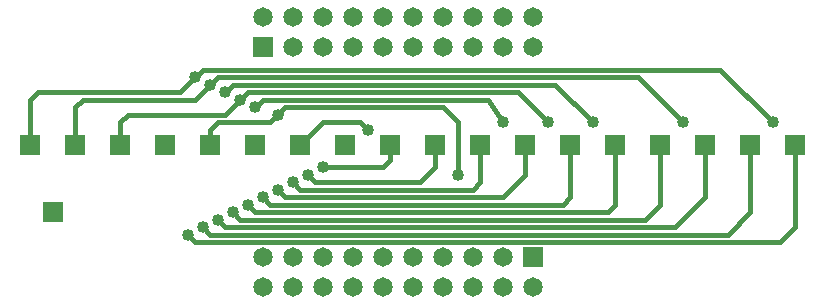
<source format=gtl>
G04 Output by ViewMate Deluxe V11.0.9  PentaLogix LLC*
G04 Wed Jul 08 13:39:12 2015*
%FSLAX24Y24*%
%MOIN*%
%IPPOS*%
%ADD10R,0.065X0.065*%
%ADD11C,0.065*%
%ADD12R,0.0709X0.0709*%
%ADD13C,0.04*%
%ADD14C,0.016*%

%LPD*%
X0Y0D2*D14*G1X19350Y8875D2*X19350Y7125D1*X19100Y6875*X9350Y6875*X9100Y7125*X10350Y8875D2*X11100Y9625D1*X12350Y9625*X12600Y9375*X13350Y8875D2*X13350Y8375D1*X13100Y8125*X11100Y8125*X10600Y7875D2*X10850Y7625D1*X14350Y7625*X14850Y8125*X14850Y8875*X16100Y7375D2*X10350Y7375D1*X10100Y7625*X9600Y7375D2*X9850Y7125D1*X17100Y7125*X17850Y7875*X17850Y8875*X18600Y9625D2*X17600Y10625D1*X8600Y10625*X8350Y10375*X8850Y10125D2*X9100Y10375D1*X16600Y10375*X17100Y9625*X16350Y8875D2*X16350Y7625D1*X16100Y7375*X15600Y7875D2*X15600Y9625D1*X15100Y10125*X9850Y10125*X9600Y9875*X9350Y9625*X7600Y9625*X7350Y9375*X7350Y8875*X4350Y8875D2*X4350Y9625D1*X4600Y9875*X7850Y9875*X8350Y10375*X7850Y10625D2*X8100Y10875D1*X18850Y10875*X20100Y9625*X20850Y8875D2*X20850Y6875D1*X20600Y6625*X8850Y6625*X8600Y6875*X7100Y6125D2*X7350Y5875D1*X24600Y5875*X25350Y6625*X25350Y8875*X23850Y8875D2*X23850Y7125D1*X22850Y6125*X7850Y6125*X7600Y6375*X8100Y6625D2*X8350Y6375D1*X21850Y6375*X22350Y6875*X22350Y8875*X23100Y9625D2*X21600Y11125D1*X7600Y11125*X7350Y10875*X6850Y10375*X3100Y10375*X2850Y10125*X2850Y8875*X1350Y8875D2*X1350Y10375D1*X1600Y10625*X6350Y10625*X6850Y11125*X7100Y11375*X24350Y11375*X26100Y9625*X26850Y8875D2*X26850Y6125D1*X26350Y5625*X6850Y5625*X6600Y5875*D10*X9100Y12125D3*X18100Y5125D3*D11*X18100Y4125D3*X9100Y4125D3*X10100Y4125D3*X11100Y4125D3*X12100Y4125D3*X13100Y4125D3*X14100Y4125D3*X15100Y4125D3*X16100Y4125D3*X17100Y4125D3*X17100Y5125D3*X16100Y5125D3*X15100Y5125D3*X14100Y5125D3*X13100Y5125D3*X12100Y5125D3*X11100Y5125D3*X10100Y5125D3*X9100Y5125D3*X9100Y13125D3*X10100Y13125D3*X11100Y13125D3*X12100Y13125D3*X13100Y13125D3*X14100Y13125D3*X15100Y13125D3*X16100Y13125D3*X17100Y13125D3*X18100Y13125D3*X18100Y12125D3*X17100Y12125D3*X16100Y12125D3*X15100Y12125D3*X14100Y12125D3*X13100Y12125D3*X12100Y12125D3*X11100Y12125D3*X10100Y12125D3*D12*X2100Y6625D3*X1350Y8875D3*X2850Y8875D3*X4350Y8875D3*X5850Y8875D3*X7350Y8875D3*X8850Y8875D3*X10350Y8875D3*X11850Y8875D3*X13350Y8875D3*X14850Y8875D3*X16350Y8875D3*X26850Y8875D3*X25350Y8875D3*X23850Y8875D3*X22350Y8875D3*X20850Y8875D3*X19350Y8875D3*X17850Y8875D3*D13*X26100Y9625D3*X23100Y9625D3*X20100Y9625D3*X18600Y9625D3*X17100Y9625D3*X15600Y7875D3*X6850Y11125D3*X7350Y10875D3*X7850Y10625D3*X8350Y10375D3*X8850Y10125D3*X9600Y9875D3*X12600Y9375D3*X11100Y8125D3*X10600Y7875D3*X10100Y7625D3*X9600Y7375D3*X9100Y7125D3*X8600Y6875D3*X8100Y6625D3*X7600Y6375D3*X7100Y6125D3*X6600Y5875D3*X0Y0D2*M02*
</source>
